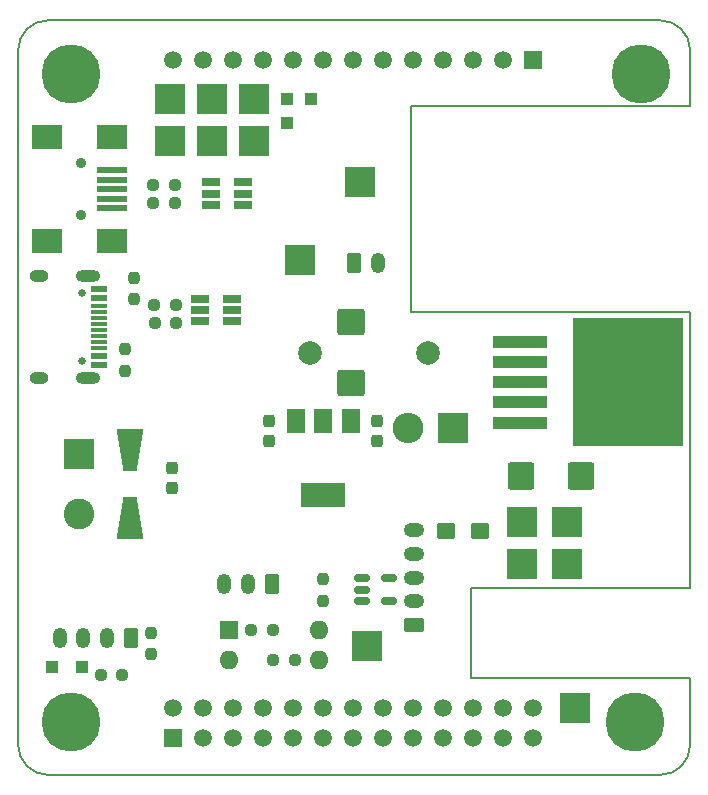
<source format=gbr>
G04 #@! TF.GenerationSoftware,KiCad,Pcbnew,6.0.5*
G04 #@! TF.CreationDate,2022-10-03T09:57:03+03:00*
G04 #@! TF.ProjectId,opi-hat,6f70692d-6861-4742-9e6b-696361645f70,rev?*
G04 #@! TF.SameCoordinates,Original*
G04 #@! TF.FileFunction,Soldermask,Bot*
G04 #@! TF.FilePolarity,Negative*
%FSLAX46Y46*%
G04 Gerber Fmt 4.6, Leading zero omitted, Abs format (unit mm)*
G04 Created by KiCad (PCBNEW 6.0.5) date 2022-10-03 09:57:03*
%MOMM*%
%LPD*%
G01*
G04 APERTURE LIST*
G04 Aperture macros list*
%AMRoundRect*
0 Rectangle with rounded corners*
0 $1 Rounding radius*
0 $2 $3 $4 $5 $6 $7 $8 $9 X,Y pos of 4 corners*
0 Add a 4 corners polygon primitive as box body*
4,1,4,$2,$3,$4,$5,$6,$7,$8,$9,$2,$3,0*
0 Add four circle primitives for the rounded corners*
1,1,$1+$1,$2,$3*
1,1,$1+$1,$4,$5*
1,1,$1+$1,$6,$7*
1,1,$1+$1,$8,$9*
0 Add four rect primitives between the rounded corners*
20,1,$1+$1,$2,$3,$4,$5,0*
20,1,$1+$1,$4,$5,$6,$7,0*
20,1,$1+$1,$6,$7,$8,$9,0*
20,1,$1+$1,$8,$9,$2,$3,0*%
%AMOutline4P*
0 Free polygon, 4 corners , with rotation*
0 The origin of the aperture is its center*
0 number of corners: always 4*
0 $1 to $8 corner X, Y*
0 $9 Rotation angle, in degrees counterclockwise*
0 create outline with 4 corners*
4,1,4,$1,$2,$3,$4,$5,$6,$7,$8,$1,$2,$9*%
G04 Aperture macros list end*
G04 #@! TA.AperFunction,Profile*
%ADD10C,0.200000*%
G04 #@! TD*
%ADD11R,2.500000X2.500000*%
%ADD12R,1.000000X1.000000*%
%ADD13C,2.000000*%
%ADD14C,1.508000*%
%ADD15R,1.508000X1.508000*%
%ADD16C,5.000000*%
%ADD17R,4.600000X1.100000*%
%ADD18R,9.400000X10.800000*%
%ADD19RoundRect,0.250000X-0.350000X-0.625000X0.350000X-0.625000X0.350000X0.625000X-0.350000X0.625000X0*%
%ADD20O,1.200000X1.750000*%
%ADD21O,2.600000X2.600000*%
%ADD22R,2.600000X2.600000*%
%ADD23O,1.750000X1.200000*%
%ADD24RoundRect,0.250000X0.625000X-0.350000X0.625000X0.350000X-0.625000X0.350000X-0.625000X-0.350000X0*%
%ADD25C,2.600000*%
%ADD26RoundRect,0.250000X-0.537500X-0.425000X0.537500X-0.425000X0.537500X0.425000X-0.537500X0.425000X0*%
%ADD27R,1.500000X2.000000*%
%ADD28R,3.800000X2.000000*%
%ADD29R,1.600000X1.600000*%
%ADD30O,1.600000X1.600000*%
%ADD31RoundRect,0.250000X0.350000X0.625000X-0.350000X0.625000X-0.350000X-0.625000X0.350000X-0.625000X0*%
%ADD32RoundRect,0.250000X0.925000X-0.875000X0.925000X0.875000X-0.925000X0.875000X-0.925000X-0.875000X0*%
%ADD33RoundRect,0.237500X-0.237500X0.300000X-0.237500X-0.300000X0.237500X-0.300000X0.237500X0.300000X0*%
%ADD34RoundRect,0.237500X-0.237500X0.250000X-0.237500X-0.250000X0.237500X-0.250000X0.237500X0.250000X0*%
%ADD35R,1.560000X0.650000*%
%ADD36RoundRect,0.237500X-0.250000X-0.237500X0.250000X-0.237500X0.250000X0.237500X-0.250000X0.237500X0*%
%ADD37RoundRect,0.237500X0.237500X-0.300000X0.237500X0.300000X-0.237500X0.300000X-0.237500X-0.300000X0*%
%ADD38C,0.900000*%
%ADD39R,2.500000X0.500000*%
%ADD40R,2.500000X2.000000*%
%ADD41RoundRect,0.237500X0.237500X-0.250000X0.237500X0.250000X-0.237500X0.250000X-0.237500X-0.250000X0*%
%ADD42Outline4P,-1.800000X-1.150000X1.800000X-0.550000X1.800000X0.550000X-1.800000X1.150000X270.000000*%
%ADD43Outline4P,-1.800000X-1.150000X1.800000X-0.550000X1.800000X0.550000X-1.800000X1.150000X90.000000*%
%ADD44C,0.650000*%
%ADD45R,1.450000X0.600000*%
%ADD46R,1.450000X0.300000*%
%ADD47O,1.600000X1.000000*%
%ADD48O,2.100000X1.000000*%
%ADD49RoundRect,0.150000X-0.512500X-0.150000X0.512500X-0.150000X0.512500X0.150000X-0.512500X0.150000X0*%
%ADD50RoundRect,0.250000X-0.875000X-0.925000X0.875000X-0.925000X0.875000X0.925000X-0.875000X0.925000X0*%
G04 APERTURE END LIST*
D10*
X81784059Y-107635933D02*
G75*
G03*
X84324059Y-110175933I2540001J1D01*
G01*
X136147941Y-110175927D02*
G75*
G03*
X138687941Y-107635933I2J2539998D01*
G01*
X138687955Y-48828067D02*
G75*
G03*
X136147941Y-46288067I-2539992J8D01*
G01*
X84324059Y-46288067D02*
G75*
G03*
X81784059Y-48828067I1J-2540001D01*
G01*
X120095391Y-94355031D02*
X138687941Y-94355031D01*
X138687941Y-107635933D02*
X138687941Y-101975031D01*
X84324059Y-110175933D02*
X136147941Y-110175933D01*
X138687941Y-53509289D02*
X138687941Y-48828067D01*
X120095391Y-101975031D02*
X120095391Y-94355031D01*
X138687941Y-53509289D02*
X115068983Y-53509289D01*
X138687941Y-94355031D02*
X138687941Y-71003289D01*
X115068983Y-53509289D02*
X115068983Y-71003289D01*
X136147941Y-46288067D02*
X84324059Y-46288067D01*
X81784059Y-48828067D02*
X81784059Y-107635933D01*
X138687941Y-101975031D02*
X120095391Y-101975031D01*
X115068983Y-71003289D02*
X138687941Y-71003289D01*
D11*
X101727000Y-56515000D03*
X124460000Y-88773000D03*
X98171000Y-56515000D03*
X94615000Y-56515000D03*
X128270000Y-88773000D03*
D12*
X104521000Y-54991000D03*
X106553000Y-52959000D03*
X104521000Y-52959000D03*
D11*
X98171000Y-52959000D03*
X94615000Y-52959000D03*
X101727000Y-52959000D03*
X128930400Y-104495600D03*
X124460000Y-92329000D03*
X110744000Y-59944000D03*
X128270000Y-92329000D03*
X105664000Y-66548000D03*
D13*
X106506000Y-74422000D03*
X116506000Y-74422000D03*
D14*
X94943041Y-49609629D03*
X97483041Y-49609629D03*
X100023041Y-49609629D03*
X102563041Y-49609629D03*
X105103041Y-49609629D03*
X107643041Y-49609629D03*
X110183041Y-49609629D03*
X112723041Y-49609629D03*
X115263041Y-49609629D03*
X117803041Y-49609629D03*
X120343041Y-49609629D03*
X122883041Y-49609629D03*
D15*
X125423041Y-49609629D03*
D14*
X125423041Y-104473629D03*
X125423041Y-107013629D03*
X122883041Y-104473629D03*
X122883041Y-107013629D03*
X120343041Y-104473629D03*
X120343041Y-107013629D03*
X117803041Y-104473629D03*
X117803041Y-107013629D03*
X115263041Y-104473629D03*
X115263041Y-107013629D03*
X112723041Y-104473629D03*
X112723041Y-107013629D03*
X110183041Y-104473629D03*
X110183041Y-107013629D03*
X107643041Y-104473629D03*
X107643041Y-107013629D03*
X105103041Y-104473629D03*
X105103041Y-107013629D03*
X102563041Y-104473629D03*
X102563041Y-107013629D03*
X100023041Y-104473629D03*
X100023041Y-107013629D03*
X97483041Y-104473629D03*
X97483041Y-107013629D03*
X94943041Y-104473629D03*
D15*
X94943041Y-107013629D03*
D16*
X134057263Y-105666159D03*
X86305263Y-50802159D03*
X86305263Y-105666159D03*
X134565263Y-50802159D03*
D17*
X124315000Y-80343000D03*
X124315000Y-78643000D03*
D18*
X133465000Y-76943000D03*
D17*
X124315000Y-76943000D03*
X124315000Y-75243000D03*
X124315000Y-73543000D03*
D19*
X110236000Y-66802000D03*
D20*
X112236000Y-66802000D03*
D21*
X114808000Y-80772000D03*
D22*
X118618000Y-80772000D03*
D23*
X115274000Y-89472000D03*
X115274000Y-91472000D03*
X115274000Y-93472000D03*
X115274000Y-95472000D03*
D24*
X115274000Y-97472000D03*
D22*
X86918600Y-83047200D03*
D25*
X86918600Y-88047200D03*
D26*
X118029000Y-89509600D03*
X120904000Y-89509600D03*
D27*
X105345200Y-80212400D03*
X107645200Y-80212400D03*
D28*
X107645200Y-86512400D03*
D27*
X109945200Y-80212400D03*
D29*
X99669600Y-97891600D03*
D30*
X99669600Y-100431600D03*
X107289600Y-100431600D03*
X107289600Y-97891600D03*
D11*
X111302800Y-99263200D03*
D31*
X103261000Y-93975000D03*
D20*
X101261000Y-93975000D03*
X99261000Y-93975000D03*
D31*
X91315800Y-98570500D03*
D20*
X89315800Y-98570500D03*
X87315800Y-98570500D03*
X85315800Y-98570500D03*
D32*
X109982000Y-76962000D03*
X109982000Y-71862000D03*
D33*
X94843600Y-84176700D03*
X94843600Y-85901700D03*
D34*
X93014800Y-98147500D03*
X93014800Y-99972500D03*
D35*
X97178500Y-71750000D03*
X97178500Y-70800000D03*
X97178500Y-69850000D03*
X99878500Y-69850000D03*
X99878500Y-70800000D03*
X99878500Y-71750000D03*
D36*
X93218000Y-60198000D03*
X95043000Y-60198000D03*
D37*
X103073200Y-81940400D03*
X103073200Y-80215400D03*
D36*
X93368500Y-71882000D03*
X95193500Y-71882000D03*
X93218000Y-61722000D03*
X95043000Y-61722000D03*
X103369900Y-100431600D03*
X105194900Y-100431600D03*
D38*
X87154500Y-62779000D03*
X87154500Y-58379000D03*
D39*
X89754500Y-62179000D03*
X89754500Y-61379000D03*
X89754500Y-60579000D03*
X89754500Y-59779000D03*
X89754500Y-58979000D03*
D40*
X84254500Y-56179000D03*
X84254500Y-64979000D03*
X89754500Y-64979000D03*
X89754500Y-56179000D03*
D41*
X91590500Y-69897000D03*
X91590500Y-68072000D03*
D36*
X88776800Y-101703500D03*
X90601800Y-101703500D03*
D34*
X90828500Y-74121000D03*
X90828500Y-75946000D03*
D35*
X98114500Y-61910000D03*
X98114500Y-60960000D03*
X98114500Y-60010000D03*
X100814500Y-60010000D03*
X100814500Y-60960000D03*
X100814500Y-61910000D03*
D33*
X112217200Y-80215400D03*
X112217200Y-81940400D03*
D36*
X93321500Y-70358000D03*
X95146500Y-70358000D03*
D34*
X107645200Y-93626300D03*
X107645200Y-95451300D03*
D42*
X91287600Y-82647200D03*
D43*
X91287600Y-88447200D03*
D44*
X87205500Y-69373000D03*
X87205500Y-75153000D03*
D45*
X88650500Y-75513000D03*
X88650500Y-74713000D03*
D46*
X88650500Y-73513000D03*
X88650500Y-72513000D03*
X88650500Y-72013000D03*
X88650500Y-71013000D03*
D45*
X88650500Y-69813000D03*
X88650500Y-69013000D03*
X88650500Y-69013000D03*
X88650500Y-69813000D03*
D46*
X88650500Y-70513000D03*
X88650500Y-71513000D03*
X88650500Y-73013000D03*
X88650500Y-74013000D03*
D45*
X88650500Y-74713000D03*
X88650500Y-75513000D03*
D47*
X83555500Y-76583000D03*
D48*
X87735500Y-76583000D03*
X87735500Y-67943000D03*
D47*
X83555500Y-67943000D03*
D49*
X110876500Y-95438000D03*
X110876500Y-94488000D03*
X110876500Y-93538000D03*
X113151500Y-93538000D03*
X113151500Y-95438000D03*
D36*
X101541100Y-97896600D03*
X103366100Y-97896600D03*
D12*
X87172800Y-101068500D03*
X84672800Y-101068500D03*
D50*
X124338400Y-84836000D03*
X129438400Y-84836000D03*
M02*

</source>
